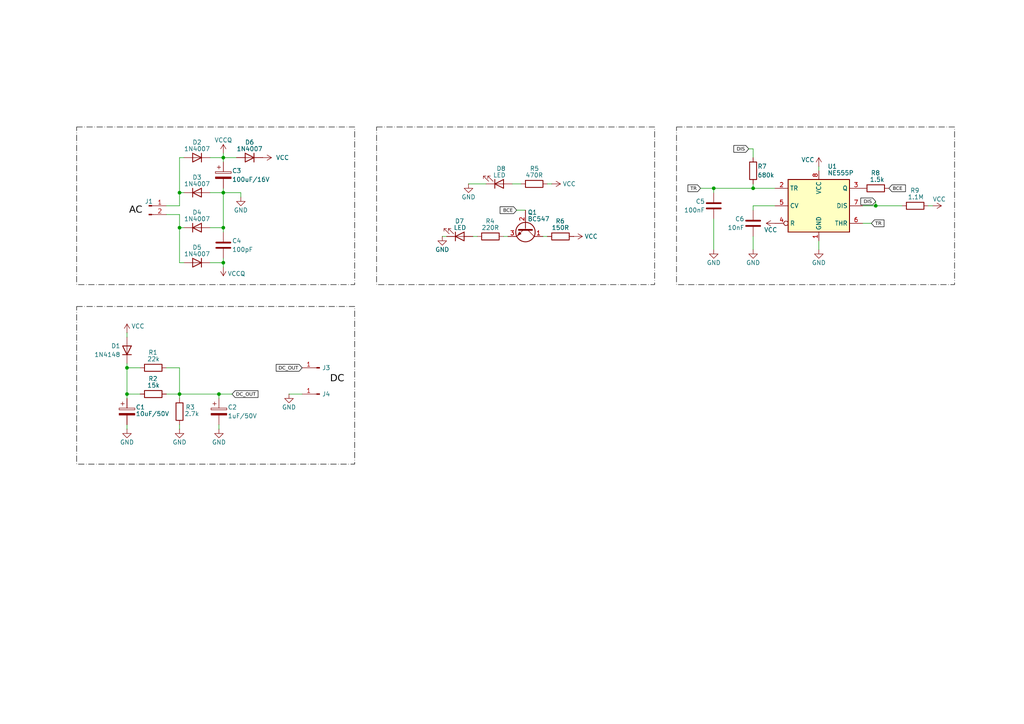
<source format=kicad_sch>
(kicad_sch (version 20231120) (generator "eeschema") (generator_version "8.0")
  (paper "A4")
  (title_block (title "TASK_01") (date "2024-09-17") (rev "v1.0.0") (company "SPS na Proseku") (comment 3 "Task 01, Uloha 01"))
  (lib_symbols
    (symbol "Connector:Conn_01x01_Pin" (pin_names (offset 1.016) hide)
      (property "Reference" "J" (at 0 2.54 0))
      (property "Value" "Conn_01x01_Pin" (at 0 -2.54 0))
      (symbol "Conn_01x01_Pin_1_1"
        (polyline (pts (xy 1.27 0) (xy 0.8636 0)) (stroke (width 0.1524)))
        (rectangle (start 0.8636 0.127) (end 0 -0.127) (stroke (width 0.1524)) (fill (type outline)))
        (pin passive line (at 5.08 0 180) (length 3.81) (name "Pin_1") (number "1"))
      )
    )
    (symbol "Connector:Conn_01x02_Pin" (pin_names (offset 1.016) hide)
      (property "Reference" "J" (at 0 2.54 0))
      (property "Value" "Conn_01x02_Pin" (at 0 -5.08 0))
      (symbol "Conn_01x02_Pin_1_1"
        (polyline (pts (xy 1.27 -2.54) (xy 0.8636 -2.54)) (stroke (width 0.1524)))
        (polyline (pts (xy 1.27 0) (xy 0.8636 0)) (stroke (width 0.1524)))
        (rectangle (start 0.8636 -2.413) (end 0 -2.667) (stroke (width 0.1524)) (fill (type outline)))
        (rectangle (start 0.8636 0.127) (end 0 -0.127) (stroke (width 0.1524)) (fill (type outline)))
        (pin passive line (at 5.08 0 180) (length 3.81) (name "Pin_1") (number "1"))
        (pin passive line (at 5.08 -2.54 180) (length 3.81) (name "Pin_2") (number "2"))
      )
    )
    (symbol "Device:C" (pin_numbers hide) (pin_names (offset 0.254))
      (property "Reference" "C" (at 0.635 2.54 0))
      (property "Value" "C" (at 0.635 -2.54 0))
      (symbol "C_0_1"
        (polyline (pts (xy -2.032 -0.762) (xy 2.032 -0.762)) (stroke (width 0.508)))
        (polyline (pts (xy -2.032 0.762) (xy 2.032 0.762)) (stroke (width 0.508)))
      )
      (symbol "C_1_1"
        (pin passive line (at 0 3.81 270) (length 2.794) (name "~") (number "1"))
        (pin passive line (at 0 -3.81 90) (length 2.794) (name "~") (number "2"))
      )
    )
    (symbol "Device:C_Polarized" (pin_numbers hide) (pin_names (offset 0.254))
      (property "Reference" "C" (at 0.635 2.54 0))
      (property "Value" "C_Polarized" (at 0.635 -2.54 0))
      (symbol "C_Polarized_0_1"
        (rectangle (start -2.286 0.508) (end 2.286 1.016))
        (polyline (pts (xy -1.778 2.286) (xy -0.762 2.286)))
        (polyline (pts (xy -1.27 2.794) (xy -1.27 1.778)))
        (rectangle (start 2.286 -0.508) (end -2.286 -1.016) (fill (type outline)))
      )
      (symbol "C_Polarized_1_1"
        (pin passive line (at 0 3.81 270) (length 2.794) (name "~") (number "1"))
        (pin passive line (at 0 -3.81 90) (length 2.794) (name "~") (number "2"))
      )
    )
    (symbol "Device:LED" (pin_numbers hide) (pin_names (offset 1.016) hide)
      (property "Reference" "D" (at 0 2.54 0))
      (property "Value" "LED" (at 0 -2.54 0))
      (symbol "LED_0_1"
        (polyline (pts (xy -1.27 -1.27) (xy -1.27 1.27)) (stroke (width 0.254)))
        (polyline (pts (xy -1.27 0) (xy 1.27 0)))
        (polyline (pts (xy 1.27 -1.27) (xy 1.27 1.27) (xy -1.27 0) (xy 1.27 -1.27)) (stroke (width 0.254)))
        (polyline (pts (xy -3.048 -0.762) (xy -4.572 -2.286) (xy -3.81 -2.286) (xy -4.572 -2.286) (xy -4.572 -1.524)))
        (polyline (pts (xy -1.778 -0.762) (xy -3.302 -2.286) (xy -2.54 -2.286) (xy -3.302 -2.286) (xy -3.302 -1.524)))
      )
      (symbol "LED_1_1"
        (pin passive line (at -3.81 0 0) (length 2.54) (name "K") (number "1"))
        (pin passive line (at 3.81 0 180) (length 2.54) (name "A") (number "2"))
      )
    )
    (symbol "Device:R" (pin_numbers hide) (pin_names (offset 0))
      (property "Reference" "R" (at 2.032 0 90))
      (property "Value" "R" (at 0 0 90))
      (symbol "R_0_1"
        (rectangle (start -1.016 -2.54) (end 1.016 2.54) (stroke (width 0.254)))
      )
      (symbol "R_1_1"
        (pin passive line (at 0 3.81 270) (length 1.27) (name "~") (number "1"))
        (pin passive line (at 0 -3.81 90) (length 1.27) (name "~") (number "2"))
      )
    )
    (symbol "Diode:1N4007" (pin_numbers hide) (pin_names hide)
      (property "Reference" "D" (at 0 2.54 0))
      (property "Value" "1N4007" (at 0 -2.54 0))
      (symbol "1N4007_0_1"
        (polyline (pts (xy -1.27 1.27) (xy -1.27 -1.27)) (stroke (width 0.254)))
        (polyline (pts (xy 1.27 0) (xy -1.27 0)))
        (polyline (pts (xy 1.27 1.27) (xy 1.27 -1.27) (xy -1.27 0) (xy 1.27 1.27)) (stroke (width 0.254)))
      )
      (symbol "1N4007_1_1"
        (pin passive line (at -3.81 0 0) (length 2.54) (name "K") (number "1"))
        (pin passive line (at 3.81 0 180) (length 2.54) (name "A") (number "2"))
      )
    )
    (symbol "Diode:1N4148" (pin_numbers hide) (pin_names hide)
      (property "Reference" "D" (at 0 2.54 0))
      (property "Value" "1N4148" (at 0 -2.54 0))
      (symbol "1N4148_0_1"
        (polyline (pts (xy -1.27 1.27) (xy -1.27 -1.27)) (stroke (width 0.254)))
        (polyline (pts (xy 1.27 0) (xy -1.27 0)))
        (polyline (pts (xy 1.27 1.27) (xy 1.27 -1.27) (xy -1.27 0) (xy 1.27 1.27)) (stroke (width 0.254)))
      )
      (symbol "1N4148_1_1"
        (pin passive line (at -3.81 0 0) (length 2.54) (name "K") (number "1"))
        (pin passive line (at 3.81 0 180) (length 2.54) (name "A") (number "2"))
      )
    )
    (symbol "Timer:NE555P"
      (property "Reference" "U" (at -10.16 8.89 0))
      (property "Value" "NE555P" (at 2.54 8.89 0))
      (symbol "NE555P_0_0"
        (pin power_in line (at 0 -10.16 90) (length 2.54) (name "GND") (number "1"))
        (pin power_in line (at 0 10.16 270) (length 2.54) (name "VCC") (number "8"))
      )
      (symbol "NE555P_0_1"
        (rectangle (start -8.89 -7.62) (end 8.89 7.62) (stroke (width 0.254)) (fill (type background)))
        (rectangle (start -8.89 -7.62) (end 8.89 7.62) (stroke (width 0.254)) (fill (type background)))
      )
      (symbol "NE555P_1_1"
        (pin input line (at -12.7 5.08 0) (length 3.81) (name "TR") (number "2"))
        (pin output line (at 12.7 5.08 180) (length 3.81) (name "Q") (number "3"))
        (pin input inverted (at -12.7 -5.08 0) (length 3.81) (name "R") (number "4"))
        (pin input line (at -12.7 0 0) (length 3.81) (name "CV") (number "5"))
        (pin input line (at 12.7 -5.08 180) (length 3.81) (name "THR") (number "6"))
        (pin input line (at 12.7 0 180) (length 3.81) (name "DIS") (number "7"))
      )
    )
    (symbol "Transistor_BJT:BC547" (pin_names (offset 0) hide)
      (property "Reference" "Q" (at 5.08 1.905 0))
      (property "Value" "BC547" (at 5.08 0 0))
      (symbol "BC547_0_1"
        (polyline (pts (xy 0 0) (xy 0.635 0)))
        (polyline (pts (xy 0.635 0.635) (xy 2.54 2.54)))
        (polyline (pts (xy 0.635 -0.635) (xy 2.54 -2.54) (xy 2.54 -2.54)))
        (polyline (pts (xy 0.635 1.905) (xy 0.635 -1.905) (xy 0.635 -1.905)) (stroke (width 0.508)))
        (polyline (pts (xy 1.27 -1.778) (xy 1.778 -1.27) (xy 2.286 -2.286) (xy 1.27 -1.778) (xy 1.27 -1.778)) (fill (type outline)))
        (circle (center 1.27 0) (radius 2.8194) (stroke (width 0.254)))
      )
      (symbol "BC547_1_1"
        (pin passive line (at 2.54 5.08 270) (length 2.54) (name "C") (number "1"))
        (pin input line (at -5.08 0 0) (length 5.08) (name "B") (number "2"))
        (pin passive line (at 2.54 -5.08 90) (length 2.54) (name "E") (number "3"))
      )
    )
    (symbol "power:GND" (power) (pin_numbers hide) (pin_names (offset 0) hide)
      (property "Value" "GND" (at 0 -3.81 0))
      (symbol "GND_0_1"
        (polyline (pts (xy 0 0) (xy 0 -1.27) (xy 1.27 -1.27) (xy 0 -2.54) (xy -1.27 -1.27) (xy 0 -1.27)))
      )
      (symbol "GND_1_1"
        (pin power_in line (at 0 0 270) (length 0) (name "~") (number "1"))
      )
    )
    (symbol "power:VCC" (power) (pin_numbers hide) (pin_names (offset 0) hide)
      (property "Value" "VCC" (at 0 3.556 0))
      (symbol "VCC_0_1"
        (polyline (pts (xy -0.762 1.27) (xy 0 2.54)))
        (polyline (pts (xy 0 0) (xy 0 2.54)))
        (polyline (pts (xy 0 2.54) (xy 0.762 1.27)))
      )
      (symbol "VCC_1_1"
        (pin power_in line (at 0 0 90) (length 0) (name "~") (number "1"))
      )
    )
    (symbol "power:VCCQ" (power) (pin_numbers hide) (pin_names (offset 0) hide)
      (property "Value" "VCCQ" (at 0 3.556 0))
      (symbol "VCCQ_0_1"
        (polyline (pts (xy -0.762 1.27) (xy 0 2.54)))
        (polyline (pts (xy 0 0) (xy 0 2.54)))
        (polyline (pts (xy 0 2.54) (xy 0.762 1.27)))
      )
      (symbol "VCCQ_1_1"
        (pin power_in line (at 0 0 90) (length 0) (name "~") (number "1"))
      )
    )
  )
  (junction (at 64.77 45.72))
  (junction (at 64.77 55.88))
  (junction (at 254 59.69))
  (junction (at 207.01 54.61))
  (junction (at 63.5 114.3))
  (junction (at 52.07 114.3))
  (junction (at 52.07 55.88))
  (junction (at 64.77 66.04))
  (junction (at 218.44 54.61))
  (junction (at 52.07 66.04))
  (junction (at 36.83 106.68))
  (junction (at 36.83 114.3))
  (junction (at 64.77 76.2))
  (wire (pts (xy 48.26 114.3) (xy 52.07 114.3)))
  (wire (pts (xy 64.77 76.2) (xy 60.96 76.2)))
  (wire (pts (xy 52.07 124.46) (xy 52.07 123.19)))
  (wire (pts (xy 52.07 114.3) (xy 52.07 115.57)))
  (wire (pts (xy 60.96 55.88) (xy 64.77 55.88)))
  (wire (pts (xy 64.77 77.47) (xy 64.77 76.2)))
  (wire (pts (xy 36.83 114.3) (xy 36.83 115.57)))
  (wire (pts (xy 135.89 53.34) (xy 140.97 53.34)))
  (wire (pts (xy 52.07 62.23) (xy 48.26 62.23)))
  (wire (pts (xy 53.34 76.2) (xy 52.07 76.2)))
  (wire (pts (xy 254 58.42) (xy 254 59.69)))
  (wire (pts (xy 146.05 68.58) (xy 147.32 68.58)))
  (wire (pts (xy 218.44 59.69) (xy 224.79 59.69)))
  (wire (pts (xy 137.16 68.58) (xy 138.43 68.58)))
  (wire (pts (xy 218.44 68.58) (xy 218.44 72.39)))
  (wire (pts (xy 158.75 68.58) (xy 157.48 68.58)))
  (wire (pts (xy 207.01 55.88) (xy 207.01 54.61)))
  (wire (pts (xy 60.96 45.72) (xy 64.77 45.72)))
  (wire (pts (xy 237.49 48.26) (xy 237.49 49.53)))
  (wire (pts (xy 52.07 55.88) (xy 52.07 45.72)))
  (wire (pts (xy 203.2 54.61) (xy 207.01 54.61)))
  (wire (pts (xy 64.77 55.88) (xy 64.77 54.61)))
  (wire (pts (xy 69.85 55.88) (xy 69.85 57.15)))
  (wire (pts (xy 83.82 114.3) (xy 87.63 114.3)))
  (wire (pts (xy 40.64 106.68) (xy 36.83 106.68)))
  (wire (pts (xy 207.01 72.39) (xy 207.01 63.5)))
  (wire (pts (xy 52.07 62.23) (xy 52.07 66.04)))
  (wire (pts (xy 52.07 55.88) (xy 52.07 59.69)))
  (wire (pts (xy 217.17 43.18) (xy 218.44 43.18)))
  (wire (pts (xy 52.07 66.04) (xy 53.34 66.04)))
  (wire (pts (xy 158.75 53.34) (xy 160.02 53.34)))
  (wire (pts (xy 63.5 115.57) (xy 63.5 114.3)))
  (wire (pts (xy 64.77 44.45) (xy 64.77 45.72)))
  (wire (pts (xy 36.83 123.19) (xy 36.83 124.46)))
  (wire (pts (xy 218.44 54.61) (xy 224.79 54.61)))
  (wire (pts (xy 52.07 76.2) (xy 52.07 66.04)))
  (wire (pts (xy 36.83 96.52) (xy 36.83 97.79)))
  (wire (pts (xy 252.73 64.77) (xy 250.19 64.77)))
  (wire (pts (xy 237.49 72.39) (xy 237.49 69.85)))
  (wire (pts (xy 218.44 53.34) (xy 218.44 54.61)))
  (wire (pts (xy 149.86 60.96) (xy 152.4 60.96)))
  (wire (pts (xy 36.83 105.41) (xy 36.83 106.68)))
  (wire (pts (xy 60.96 66.04) (xy 64.77 66.04)))
  (wire (pts (xy 52.07 114.3) (xy 63.5 114.3)))
  (wire (pts (xy 64.77 55.88) (xy 64.77 66.04)))
  (wire (pts (xy 254 59.69) (xy 250.19 59.69)))
  (wire (pts (xy 64.77 45.72) (xy 64.77 46.99)))
  (wire (pts (xy 40.64 114.3) (xy 36.83 114.3)))
  (wire (pts (xy 63.5 114.3) (xy 67.31 114.3)))
  (wire (pts (xy 151.13 53.34) (xy 148.59 53.34)))
  (wire (pts (xy 52.07 45.72) (xy 53.34 45.72)))
  (wire (pts (xy 63.5 123.19) (xy 63.5 124.46)))
  (wire (pts (xy 52.07 106.68) (xy 52.07 114.3)))
  (wire (pts (xy 128.27 68.58) (xy 129.54 68.58)))
  (wire (pts (xy 64.77 67.31) (xy 64.77 66.04)))
  (wire (pts (xy 207.01 54.61) (xy 218.44 54.61)))
  (wire (pts (xy 36.83 106.68) (xy 36.83 114.3)))
  (wire (pts (xy 52.07 55.88) (xy 53.34 55.88)))
  (wire (pts (xy 64.77 74.93) (xy 64.77 76.2)))
  (wire (pts (xy 52.07 59.69) (xy 48.26 59.69)))
  (wire (pts (xy 48.26 106.68) (xy 52.07 106.68)))
  (wire (pts (xy 261.62 59.69) (xy 254 59.69)))
  (wire (pts (xy 218.44 43.18) (xy 218.44 45.72)))
  (wire (pts (xy 64.77 45.72) (xy 68.58 45.72)))
  (wire (pts (xy 218.44 60.96) (xy 218.44 59.69)))
  (wire (pts (xy 64.77 55.88) (xy 69.85 55.88)))
  (wire (pts (xy 270.51 59.69) (xy 269.24 59.69)))
  (rectangle (start 109.22 36.83) (end 189.865 82.55) (stroke (width 0) (type dash_dot) (color 0 0 0 1)))
  (rectangle (start 196.215 36.83) (end 276.86 82.55) (stroke (width 0) (type dash_dot) (color 0 0 0 1)))
  (rectangle (start 22.225 36.83) (end 102.87 82.55) (stroke (width 0) (type dash_dot) (color 0 0 0 1)))
  (rectangle (start 22.225 88.9) (end 102.87 134.62) (stroke (width 0) (type dash_dot) (color 0 0 0 1)))
  (text "DC" (at 97.79 110.49 0) (effects (font (size 2 2))))
  (text "AC" (at 39.37 61.595 0) (effects (font (size 2 2))))
  (global_label "DIS" (shape input) (at 254 58.42 180) (effects (font (size 1 1))) (property "Intersheetrefs" "${INTERSHEET_REFS}" (effects (hide yes))))
  (global_label "BCE" (shape input) (at 149.86 60.96 180) (effects (font (size 1 1))) (property "Intersheetrefs" "${INTERSHEET_REFS}" (effects (hide yes))))
  (global_label "BCE" (shape input) (at 257.81 54.61 0) (effects (font (size 1 1))) (property "Intersheetrefs" "${INTERSHEET_REFS}" (effects (hide yes))))
  (global_label "DIS" (shape input) (at 217.17 43.18 180) (effects (font (size 1 1))) (property "Intersheetrefs" "${INTERSHEET_REFS}" (effects (hide yes))))
  (global_label "DC_OUT" (shape input) (at 87.63 106.68 180) (effects (font (size 1 1))) (property "Intersheetrefs" "${INTERSHEET_REFS}" (effects (hide yes))))
  (global_label "DC_OUT" (shape input) (at 67.31 114.3 0) (effects (font (size 1 1))) (property "Intersheetrefs" "${INTERSHEET_REFS}" (effects (hide yes))))
  (global_label "TR" (shape input) (at 252.73 64.77 0) (effects (font (size 1 1))) (property "Intersheetrefs" "${INTERSHEET_REFS}" (effects (hide yes))))
  (global_label "TR" (shape input) (at 203.2 54.61 180) (effects (font (size 1 1))) (property "Intersheetrefs" "${INTERSHEET_REFS}" (effects (hide yes))))
  (symbol (lib_id "Device:C") (at 207.01 59.69 0) (mirror y) (unit 1)
    (property "Reference" "C5" (at 204.47 58.42 0) (effects (justify left)))
    (property "Value" "100nF" (at 204.47 60.96 0) (effects (justify left)))
    (property "Footprint" "Capacitor_THT:C_Disc_D6.0mm_W2.5mm_P5.00mm" (effects (hide yes)))
    (property "Description" "Unpolarized capacitor" (effects (hide yes)))
  )
  (symbol (lib_id "power:VCC") (at 224.79 64.77 90) (unit 1)
    (property "Reference" "#PWR07" (effects (hide yes)))
    (property "Value" "VCC" (at 223.52 66.675 90))
    (property "Description" "Power symbol creates a global label with name \"VCC\"" (effects (hide yes)))
  )
  (symbol (lib_id "Connector:Conn_01x01_Pin") (at 92.71 114.3 180) (unit 1)
    (property "Reference" "J4" (at 94.615 114.3 0))
    (property "Value" "DC" (effects (hide yes)))
    (property "Footprint" "Connector_PinHeader_2.54mm:PinHeader_1x01_P2.54mm_Vertical" (effects (hide yes)))
    (property "Description" "Generic connector, single row, 01x01, script generated" (effects (hide yes)))
  )
  (symbol (lib_id "Diode:1N4007") (at 57.15 66.04 0) (unit 1)
    (property "Reference" "D4" (at 57.15 61.595 0))
    (property "Value" "1N4007" (at 57.15 63.5 0))
    (property "Footprint" "Diode_THT:D_DO-41_SOD81_P10.16mm_Horizontal" (effects (hide yes)))
    (property "Datasheet" "http://www.vishay.com/docs/88503/1n4001.pdf" (effects (hide yes)))
    (property "Description" "1000V 1A General Purpose Rectifier Diode, DO-41" (effects (hide yes)))
    (property "Sim.Device" "D" (effects (hide yes)))
    (property "Sim.Pins" "1=K 2=A" (effects (hide yes)))
  )
  (symbol (lib_id "Device:C_Polarized") (at 36.83 119.38 0) (unit 1)
    (property "Reference" "C1" (at 39.37 118.11 0) (effects (justify left)))
    (property "Value" "10uF/50V" (at 39.37 120.015 0) (effects (justify left)))
    (property "Footprint" "Capacitor_THT:CP_Radial_D6.3mm_P2.50mm" (effects (hide yes)))
    (property "Description" "Polarized capacitor" (effects (hide yes)))
  )
  (symbol (lib_id "power:VCC") (at 76.2 45.72 270) (unit 1)
    (property "Reference" "#PWR01" (effects (hide yes)))
    (property "Value" "VCC" (at 80.01 45.7199 90) (effects (justify left)))
    (property "Description" "Power symbol creates a global label with name \"VCC\"" (effects (hide yes)))
  )
  (symbol (lib_id "Transistor_BJT:BC547") (at 152.4 66.04 270) (unit 1)
    (property "Reference" "Q1" (at 153.035 61.595 90) (effects (justify left)))
    (property "Value" "BC547" (at 153.035 63.5 90) (effects (justify left)))
    (property "Footprint" "Package_TO_SOT_THT:TO-92_Inline" (effects (hide yes)))
    (property "Datasheet" "https://www.onsemi.com/pub/Collateral/BC550-D.pdf" (effects (hide yes)))
    (property "Description" "0.1A Ic, 45V Vce, Small Signal NPN Transistor, TO-92" (effects (hide yes)))
  )
  (symbol (lib_id "power:VCC") (at 237.49 48.26 0) (unit 1)
    (property "Reference" "#PWR06" (effects (hide yes)))
    (property "Value" "VCC" (at 234.315 46.355 0))
    (property "Description" "Power symbol creates a global label with name \"VCC\"" (effects (hide yes)))
  )
  (symbol (lib_id "power:VCCQ") (at 64.77 77.47 180) (unit 1)
    (property "Reference" "#PWR018" (effects (hide yes)))
    (property "Value" "VCCQ" (at 68.58 79.375 0))
    (property "Description" "Power symbol creates a global label with name \"VCCQ\"" (effects (hide yes)))
  )
  (symbol (lib_id "power:VCCQ") (at 64.77 44.45 0) (unit 1)
    (property "Reference" "#PWR019" (effects (hide yes)))
    (property "Value" "VCCQ" (at 64.77 40.64 0))
    (property "Description" "Power symbol creates a global label with name \"VCCQ\"" (effects (hide yes)))
  )
  (symbol (lib_id "Connector:Conn_01x02_Pin") (at 43.18 59.69 0) (unit 1)
    (property "Reference" "J1" (at 43.18 58.42 0))
    (property "Value" "Conn_01x02_Pin" (effects (hide yes)))
    (property "Footprint" "Connector_PinHeader_2.54mm:PinHeader_1x02_P2.54mm_Vertical" (effects (hide yes)))
    (property "Description" "Generic connector, single row, 01x02, script generated" (effects (hide yes)))
  )
  (symbol (lib_id "power:GND") (at 237.49 72.39 0) (unit 1)
    (property "Reference" "#PWR05" (effects (hide yes)))
    (property "Value" "GND" (at 237.49 76.2 0))
    (property "Description" "Power symbol creates a global label with name \"GND\" , ground" (effects (hide yes)))
  )
  (symbol (lib_id "Device:R") (at 162.56 68.58 90) (unit 1)
    (property "Reference" "R6" (at 163.83 64.135 90) (effects (justify left)))
    (property "Value" "150R" (at 165.1 66.04 90) (effects (justify left)))
    (property "Footprint" "Resistor_THT:R_Axial_DIN0207_L6.3mm_D2.5mm_P10.16mm_Horizontal" (effects (hide yes)))
    (property "Description" "Resistor" (effects (hide yes)))
  )
  (symbol (lib_id "Device:R") (at 218.44 49.53 0) (unit 1)
    (property "Reference" "R7" (at 219.71 48.26 0) (effects (justify left)))
    (property "Value" "680k" (at 219.71 50.8 0) (effects (justify left)))
    (property "Footprint" "Resistor_THT:R_Axial_DIN0207_L6.3mm_D2.5mm_P10.16mm_Horizontal" (effects (hide yes)))
    (property "Description" "Resistor" (effects (hide yes)))
  )
  (symbol (lib_id "power:GND") (at 218.44 72.39 0) (unit 1)
    (property "Reference" "#PWR08" (effects (hide yes)))
    (property "Value" "GND" (at 218.44 76.2 0))
    (property "Description" "Power symbol creates a global label with name \"GND\" , ground" (effects (hide yes)))
  )
  (symbol (lib_id "Diode:1N4007") (at 57.15 45.72 0) (mirror y) (unit 1)
    (property "Reference" "D2" (at 57.15 41.275 0))
    (property "Value" "1N4007" (at 57.15 43.18 0))
    (property "Footprint" "Diode_THT:D_DO-41_SOD81_P10.16mm_Horizontal" (effects (hide yes)))
    (property "Datasheet" "http://www.vishay.com/docs/88503/1n4001.pdf" (effects (hide yes)))
    (property "Description" "1000V 1A General Purpose Rectifier Diode, DO-41" (effects (hide yes)))
    (property "Sim.Device" "D" (effects (hide yes)))
    (property "Sim.Pins" "1=K 2=A" (effects (hide yes)))
  )
  (symbol (lib_id "Device:R") (at 154.94 53.34 270) (mirror x) (unit 1)
    (property "Reference" "R5" (at 153.67 48.895 90) (effects (justify left)))
    (property "Value" "470R" (at 152.4 50.8 90) (effects (justify left)))
    (property "Footprint" "Resistor_THT:R_Axial_DIN0207_L6.3mm_D2.5mm_P10.16mm_Horizontal" (effects (hide yes)))
    (property "Description" "Resistor" (effects (hide yes)))
  )
  (symbol (lib_id "power:GND") (at 207.01 72.39 0) (unit 1)
    (property "Reference" "#PWR09" (effects (hide yes)))
    (property "Value" "GND" (at 207.01 76.2 0))
    (property "Description" "Power symbol creates a global label with name \"GND\" , ground" (effects (hide yes)))
  )
  (symbol (lib_id "power:GND") (at 52.07 124.46 0) (unit 1)
    (property "Reference" "#PWR015" (effects (hide yes)))
    (property "Value" "GND" (at 52.07 128.27 0))
    (property "Description" "Power symbol creates a global label with name \"GND\" , ground" (effects (hide yes)))
  )
  (symbol (lib_id "Connector:Conn_01x01_Pin") (at 92.71 106.68 180) (unit 1)
    (property "Reference" "J3" (at 94.615 106.68 0))
    (property "Value" "DC" (effects (hide yes)))
    (property "Footprint" "Connector_PinHeader_2.54mm:PinHeader_1x01_P2.54mm_Vertical" (effects (hide yes)))
    (property "Description" "Generic connector, single row, 01x01, script generated" (effects (hide yes)))
  )
  (symbol (lib_id "power:GND") (at 135.89 53.34 0) (mirror y) (unit 1)
    (property "Reference" "#PWR04" (effects (hide yes)))
    (property "Value" "GND" (at 135.89 57.15 0))
    (property "Description" "Power symbol creates a global label with name \"GND\" , ground" (effects (hide yes)))
  )
  (symbol (lib_id "Device:R") (at 44.45 114.3 90) (unit 1)
    (property "Reference" "R2" (at 45.72 109.855 90) (effects (justify left)))
    (property "Value" "15k" (at 46.355 111.76 90) (effects (justify left)))
    (property "Footprint" "Resistor_THT:R_Axial_DIN0207_L6.3mm_D2.5mm_P10.16mm_Horizontal" (effects (hide yes)))
    (property "Description" "Resistor" (effects (hide yes)))
  )
  (symbol (lib_id "Device:C_Polarized") (at 63.5 119.38 0) (unit 1)
    (property "Reference" "C2" (at 66.04 118.11 0) (effects (justify left)))
    (property "Value" "1uF/50V" (at 66.04 120.65 0) (effects (justify left)))
    (property "Footprint" "Capacitor_THT:CP_Radial_D6.3mm_P2.50mm" (effects (hide yes)))
    (property "Description" "Polarized capacitor" (effects (hide yes)))
  )
  (symbol (lib_id "Device:C") (at 64.77 71.12 0) (unit 1)
    (property "Reference" "C4" (at 67.31 69.85 0) (effects (justify left)))
    (property "Value" "100pF" (at 67.31 72.39 0) (effects (justify left)))
    (property "Footprint" "Capacitor_THT:C_Disc_D6.0mm_W2.5mm_P5.00mm" (effects (hide yes)))
    (property "Description" "Unpolarized capacitor" (effects (hide yes)))
  )
  (symbol (lib_id "power:VCC") (at 36.83 96.52 0) (unit 1)
    (property "Reference" "#PWR014" (effects (hide yes)))
    (property "Value" "VCC" (at 40.005 94.615 0))
    (property "Description" "Power symbol creates a global label with name \"VCC\"" (effects (hide yes)))
  )
  (symbol (lib_id "Device:R") (at 142.24 68.58 90) (unit 1)
    (property "Reference" "R4" (at 143.51 64.135 90) (effects (justify left)))
    (property "Value" "220R" (at 144.78 66.04 90) (effects (justify left)))
    (property "Footprint" "Resistor_THT:R_Axial_DIN0207_L6.3mm_D2.5mm_P10.16mm_Horizontal" (effects (hide yes)))
    (property "Description" "Resistor" (effects (hide yes)))
  )
  (symbol (lib_id "power:GND") (at 83.82 114.3 0) (unit 1)
    (property "Reference" "#PWR017" (effects (hide yes)))
    (property "Value" "GND" (at 83.82 118.11 0))
    (property "Description" "Power symbol creates a global label with name \"GND\" , ground" (effects (hide yes)))
  )
  (symbol (lib_id "power:GND") (at 128.27 68.58 0) (unit 1)
    (property "Reference" "#PWR012" (effects (hide yes)))
    (property "Value" "GND" (at 128.27 72.39 0))
    (property "Description" "Power symbol creates a global label with name \"GND\" , ground" (effects (hide yes)))
  )
  (symbol (lib_id "Diode:1N4148") (at 36.83 101.6 270) (mirror x) (unit 1)
    (property "Reference" "D1" (at 34.925 100.33 90) (effects (justify right)))
    (property "Value" "1N4148" (at 34.925 102.87 90) (effects (justify right)))
    (property "Footprint" "Diode_THT:D_DO-35_SOD27_P7.62mm_Horizontal" (effects (hide yes)))
    (property "Datasheet" "https://assets.nexperia.com/documents/data-sheet/1N4148_1N4448.pdf" (effects (hide yes)))
    (property "Description" "100V 0.15A standard switching diode, DO-35" (effects (hide yes)))
    (property "Sim.Device" "D" (effects (hide yes)))
    (property "Sim.Pins" "1=K 2=A" (effects (hide yes)))
  )
  (symbol (lib_id "Device:C_Polarized") (at 64.77 50.8 0) (unit 1)
    (property "Reference" "C3" (at 67.31 49.53 0) (effects (justify left)))
    (property "Value" "100uF/16V" (at 67.31 52.07 0) (effects (justify left)))
    (property "Footprint" "Capacitor_THT:CP_Radial_D6.3mm_P2.50mm" (effects (hide yes)))
    (property "Description" "Polarized capacitor" (effects (hide yes)))
  )
  (symbol (lib_id "Diode:1N4007") (at 57.15 76.2 0) (mirror y) (unit 1)
    (property "Reference" "D5" (at 57.15 71.755 0))
    (property "Value" "1N4007" (at 57.15 73.66 0))
    (property "Footprint" "Diode_THT:D_DO-41_SOD81_P10.16mm_Horizontal" (effects (hide yes)))
    (property "Datasheet" "http://www.vishay.com/docs/88503/1n4001.pdf" (effects (hide yes)))
    (property "Description" "1000V 1A General Purpose Rectifier Diode, DO-41" (effects (hide yes)))
    (property "Sim.Device" "D" (effects (hide yes)))
    (property "Sim.Pins" "1=K 2=A" (effects (hide yes)))
  )
  (symbol (lib_id "power:GND") (at 36.83 124.46 0) (unit 1)
    (property "Reference" "#PWR013" (effects (hide yes)))
    (property "Value" "GND" (at 36.83 128.27 0))
    (property "Description" "Power symbol creates a global label with name \"GND\" , ground" (effects (hide yes)))
  )
  (symbol (lib_id "Device:R") (at 52.07 119.38 180) (unit 1)
    (property "Reference" "R3" (at 56.515 118.11 0) (effects (justify left)))
    (property "Value" "2.7k" (at 57.785 120.015 0) (effects (justify left)))
    (property "Footprint" "Resistor_THT:R_Axial_DIN0207_L6.3mm_D2.5mm_P10.16mm_Horizontal" (effects (hide yes)))
    (property "Description" "Resistor" (effects (hide yes)))
  )
  (symbol (lib_id "Device:R") (at 265.43 59.69 90) (unit 1)
    (property "Reference" "R9" (at 266.7 55.245 90) (effects (justify left)))
    (property "Value" "1.1M" (at 267.97 57.15 90) (effects (justify left)))
    (property "Footprint" "Resistor_THT:R_Axial_DIN0207_L6.3mm_D2.5mm_P10.16mm_Horizontal" (effects (hide yes)))
    (property "Description" "Resistor" (effects (hide yes)))
  )
  (symbol (lib_id "Device:LED") (at 133.35 68.58 0) (mirror x) (unit 1)
    (property "Reference" "D7" (at 134.62 64.135 0) (effects (justify right)))
    (property "Value" "LED" (at 135.255 66.04 0) (effects (justify right)))
    (property "Footprint" "LED_THT:LED_D5.0mm_Clear" (effects (hide yes)))
    (property "Description" "Light emitting diode" (effects (hide yes)))
  )
  (symbol (lib_id "power:VCC") (at 270.51 59.69 270) (unit 1)
    (property "Reference" "#PWR010" (effects (hide yes)))
    (property "Value" "VCC" (at 272.415 57.785 90))
    (property "Description" "Power symbol creates a global label with name \"VCC\"" (effects (hide yes)))
  )
  (symbol (lib_id "Timer:NE555P") (at 237.49 59.69 0) (unit 1)
    (property "Reference" "U1" (at 240.03 48.26 0) (effects (justify left)))
    (property "Value" "NE555P" (at 240.03 50.165 0) (effects (justify left)))
    (property "Footprint" "Package_DIP:DIP-8_W7.62mm" (effects (hide yes)))
    (property "Datasheet" "http://www.ti.com/lit/ds/symlink/ne555.pdf" (effects (hide yes)))
    (property "Description" "Precision Timers, 555 compatible,  PDIP-8" (effects (hide yes)))
  )
  (symbol (lib_id "Device:LED") (at 144.78 53.34 0) (mirror x) (unit 1)
    (property "Reference" "D8" (at 146.685 48.895 0) (effects (justify right)))
    (property "Value" "LED" (at 146.685 50.8 0) (effects (justify right)))
    (property "Footprint" "LED_THT:LED_D5.0mm_Clear" (effects (hide yes)))
    (property "Description" "Light emitting diode" (effects (hide yes)))
  )
  (symbol (lib_id "Device:R") (at 44.45 106.68 90) (unit 1)
    (property "Reference" "R1" (at 45.72 102.235 90) (effects (justify left)))
    (property "Value" "22k" (at 46.355 104.14 90) (effects (justify left)))
    (property "Footprint" "Resistor_THT:R_Axial_DIN0207_L6.3mm_D2.5mm_P10.16mm_Horizontal" (effects (hide yes)))
    (property "Description" "Resistor" (effects (hide yes)))
  )
  (symbol (lib_id "power:GND") (at 69.85 57.15 0) (unit 1)
    (property "Reference" "#PWR02" (effects (hide yes)))
    (property "Value" "GND" (at 69.85 60.96 0))
    (property "Description" "Power symbol creates a global label with name \"GND\" , ground" (effects (hide yes)))
  )
  (symbol (lib_id "Diode:1N4007") (at 57.15 55.88 0) (unit 1)
    (property "Reference" "D3" (at 57.15 51.435 0))
    (property "Value" "1N4007" (at 57.15 53.34 0))
    (property "Footprint" "Diode_THT:D_DO-41_SOD81_P10.16mm_Horizontal" (effects (hide yes)))
    (property "Datasheet" "http://www.vishay.com/docs/88503/1n4001.pdf" (effects (hide yes)))
    (property "Description" "1000V 1A General Purpose Rectifier Diode, DO-41" (effects (hide yes)))
    (property "Sim.Device" "D" (effects (hide yes)))
    (property "Sim.Pins" "1=K 2=A" (effects (hide yes)))
  )
  (symbol (lib_id "power:GND") (at 63.5 124.46 0) (unit 1)
    (property "Reference" "#PWR016" (effects (hide yes)))
    (property "Value" "GND" (at 63.5 128.27 0))
    (property "Description" "Power symbol creates a global label with name \"GND\" , ground" (effects (hide yes)))
  )
  (symbol (lib_id "power:VCC") (at 166.37 68.58 270) (unit 1)
    (property "Reference" "#PWR011" (effects (hide yes)))
    (property "Value" "VCC" (at 171.45 68.58 90))
    (property "Description" "Power symbol creates a global label with name \"VCC\"" (effects (hide yes)))
  )
  (symbol (lib_id "Device:R") (at 254 54.61 90) (unit 1)
    (property "Reference" "R8" (at 255.27 50.165 90) (effects (justify left)))
    (property "Value" "1.5k" (at 256.54 52.07 90) (effects (justify left)))
    (property "Footprint" "Resistor_THT:R_Axial_DIN0207_L6.3mm_D2.5mm_P10.16mm_Horizontal" (effects (hide yes)))
    (property "Description" "Resistor" (effects (hide yes)))
  )
  (symbol (lib_id "power:VCC") (at 160.02 53.34 270) (mirror x) (unit 1)
    (property "Reference" "#PWR03" (effects (hide yes)))
    (property "Value" "VCC" (at 165.1 53.34 90))
    (property "Description" "Power symbol creates a global label with name \"VCC\"" (effects (hide yes)))
  )
  (symbol (lib_id "Diode:1N4007") (at 72.39 45.72 0) (mirror y) (unit 1)
    (property "Reference" "D6" (at 72.39 41.275 0))
    (property "Value" "1N4007" (at 72.39 43.18 0))
    (property "Footprint" "Diode_THT:D_DO-41_SOD81_P10.16mm_Horizontal" (effects (hide yes)))
    (property "Datasheet" "http://www.vishay.com/docs/88503/1n4001.pdf" (effects (hide yes)))
    (property "Description" "1000V 1A General Purpose Rectifier Diode, DO-41" (effects (hide yes)))
    (property "Sim.Device" "D" (effects (hide yes)))
    (property "Sim.Pins" "1=K 2=A" (effects (hide yes)))
  )
  (symbol (lib_id "Device:C") (at 218.44 64.77 0) (mirror y) (unit 1)
    (property "Reference" "C6" (at 215.9 63.5 0) (effects (justify left)))
    (property "Value" "10nF" (at 215.9 66.04 0) (effects (justify left)))
    (property "Footprint" "Capacitor_THT:C_Disc_D6.0mm_W2.5mm_P5.00mm" (effects (hide yes)))
    (property "Description" "Unpolarized capacitor" (effects (hide yes)))
  )
)
</source>
